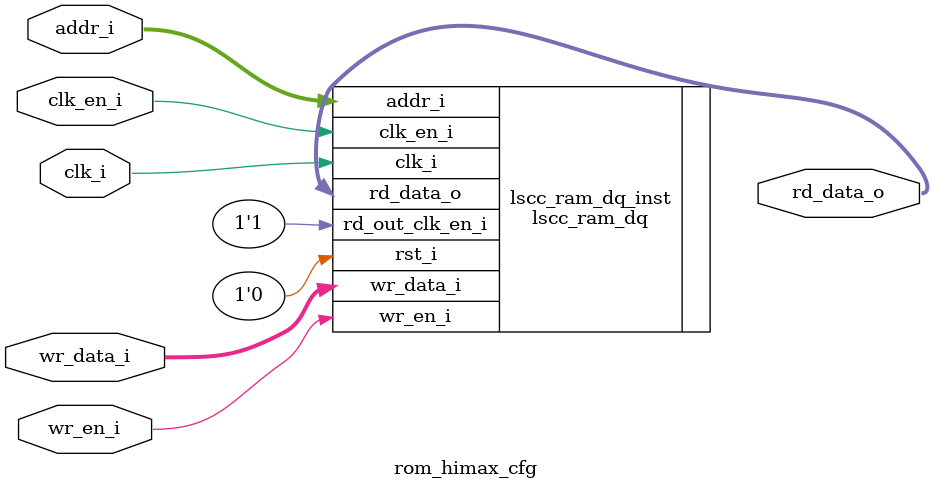
<source format=v>
/*******************************************************************************
    Verilog netlist generated by IPGEN Radiant
    Soft IP Version: 1.0.0
    Mon Apr 16 10:29:10 2018
*******************************************************************************/
/*******************************************************************************
    Include IP core template files.
*******************************************************************************/
`include "core/lscc_ram_dq.v"
/*******************************************************************************
    Wrapper Module generated per user settings.
*******************************************************************************/
module rom_himax_cfg (clk_i, clk_en_i, wr_en_i, wr_data_i, addr_i, rd_data_o);
    input  clk_i;
    input  clk_en_i;
    input  wr_en_i;
    input  [15:0]  wr_data_i;
    input  [7:0]  addr_i;
    output  [15:0]  rd_data_o;
    lscc_ram_dq #(.ADDR_DEPTH(256),
        .DATA_WIDTH(16),
        .ADDR_WIDTH(8),
        .REGMODE("noreg"),
        .RESETMODE("sync"),
        .INIT_MODE("mem_file"),
        .INIT_FILE("misc/ram256x16_himax_brighter_rom_himax_cfg_copy.mem"),
        .INIT_FILE_FORMAT("hex"))
    lscc_ram_dq_inst(.clk_i(clk_i),
        .rst_i(1'b0),
        .clk_en_i(clk_en_i),
        .rd_out_clk_en_i(1'b1),
        .wr_en_i(wr_en_i),
        .wr_data_i(wr_data_i),
        .addr_i(addr_i),
        .rd_data_o(rd_data_o));
endmodule
</source>
